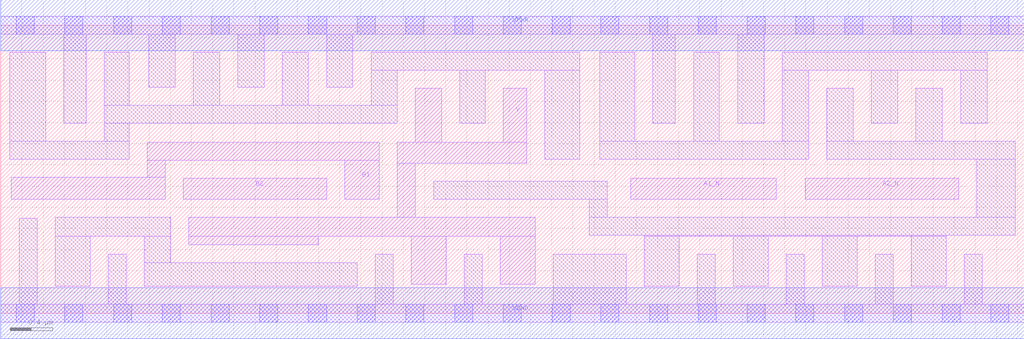
<source format=lef>
# Copyright 2020 The SkyWater PDK Authors
#
# Licensed under the Apache License, Version 2.0 (the "License");
# you may not use this file except in compliance with the License.
# You may obtain a copy of the License at
#
#     https://www.apache.org/licenses/LICENSE-2.0
#
# Unless required by applicable law or agreed to in writing, software
# distributed under the License is distributed on an "AS IS" BASIS,
# WITHOUT WARRANTIES OR CONDITIONS OF ANY KIND, either express or implied.
# See the License for the specific language governing permissions and
# limitations under the License.
#
# SPDX-License-Identifier: Apache-2.0

VERSION 5.7 ;
  NAMESCASESENSITIVE ON ;
  NOWIREEXTENSIONATPIN ON ;
  DIVIDERCHAR "/" ;
  BUSBITCHARS "[]" ;
UNITS
  DATABASE MICRONS 200 ;
END UNITS
MACRO sky130_fd_sc_hd__a2bb2oi_4
  CLASS CORE ;
  SOURCE USER ;
  FOREIGN sky130_fd_sc_hd__a2bb2oi_4 ;
  ORIGIN  0.000000  0.000000 ;
  SIZE  9.660000 BY  2.720000 ;
  SYMMETRY X Y R90 ;
  SITE unithd ;
  PIN A1_N
    ANTENNAGATEAREA  0.990000 ;
    DIRECTION INPUT ;
    USE SIGNAL ;
    PORT
      LAYER li1 ;
        RECT 5.945000 1.075000 7.320000 1.275000 ;
    END
  END A1_N
  PIN A2_N
    ANTENNAGATEAREA  0.990000 ;
    DIRECTION INPUT ;
    USE SIGNAL ;
    PORT
      LAYER li1 ;
        RECT 7.595000 1.075000 9.045000 1.275000 ;
    END
  END A2_N
  PIN B1
    ANTENNAGATEAREA  0.990000 ;
    DIRECTION INPUT ;
    USE SIGNAL ;
    PORT
      LAYER li1 ;
        RECT 0.100000 1.075000 1.555000 1.285000 ;
        RECT 1.385000 1.285000 1.555000 1.445000 ;
        RECT 1.385000 1.445000 3.575000 1.615000 ;
        RECT 3.245000 1.075000 3.575000 1.445000 ;
    END
  END B1
  PIN B2
    ANTENNAGATEAREA  0.990000 ;
    DIRECTION INPUT ;
    USE SIGNAL ;
    PORT
      LAYER li1 ;
        RECT 1.725000 1.075000 3.075000 1.275000 ;
    END
  END B2
  PIN Y
    ANTENNADIFFAREA  1.242000 ;
    DIRECTION OUTPUT ;
    USE SIGNAL ;
    PORT
      LAYER li1 ;
        RECT 1.775000 0.645000 2.995000 0.725000 ;
        RECT 1.775000 0.725000 5.045000 0.905000 ;
        RECT 3.745000 0.905000 3.915000 1.415000 ;
        RECT 3.745000 1.415000 4.965000 1.615000 ;
        RECT 3.875000 0.275000 4.205000 0.725000 ;
        RECT 3.915000 1.615000 4.165000 2.125000 ;
        RECT 4.715000 0.275000 5.045000 0.725000 ;
        RECT 4.745000 1.615000 4.965000 2.125000 ;
    END
  END Y
  PIN VGND
    DIRECTION INOUT ;
    SHAPE ABUTMENT ;
    USE GROUND ;
    PORT
      LAYER met1 ;
        RECT 0.000000 -0.240000 9.660000 0.240000 ;
    END
  END VGND
  PIN VPWR
    DIRECTION INOUT ;
    SHAPE ABUTMENT ;
    USE POWER ;
    PORT
      LAYER met1 ;
        RECT 0.000000 2.480000 9.660000 2.960000 ;
    END
  END VPWR
  OBS
    LAYER li1 ;
      RECT 0.000000 -0.085000 9.660000 0.085000 ;
      RECT 0.000000  2.635000 9.660000 2.805000 ;
      RECT 0.085000  1.455000 1.215000 1.625000 ;
      RECT 0.085000  1.625000 0.425000 2.465000 ;
      RECT 0.175000  0.085000 0.345000 0.895000 ;
      RECT 0.515000  0.255000 0.845000 0.725000 ;
      RECT 0.515000  0.725000 1.605000 0.905000 ;
      RECT 0.595000  1.795000 0.805000 2.635000 ;
      RECT 0.975000  1.625000 1.215000 1.795000 ;
      RECT 0.975000  1.795000 3.745000 1.965000 ;
      RECT 0.975000  1.965000 1.215000 2.465000 ;
      RECT 1.015000  0.085000 1.185000 0.555000 ;
      RECT 1.355000  0.255000 3.365000 0.475000 ;
      RECT 1.355000  0.475000 1.605000 0.725000 ;
      RECT 1.395000  2.135000 1.645000 2.635000 ;
      RECT 1.815000  1.965000 2.065000 2.465000 ;
      RECT 2.235000  2.135000 2.485000 2.635000 ;
      RECT 2.655000  1.965000 2.905000 2.465000 ;
      RECT 3.075000  2.135000 3.325000 2.635000 ;
      RECT 3.495000  1.965000 3.745000 2.295000 ;
      RECT 3.495000  2.295000 5.465000 2.465000 ;
      RECT 3.535000  0.085000 3.705000 0.555000 ;
      RECT 4.085000  1.075000 5.725000 1.245000 ;
      RECT 4.335000  1.795000 4.575000 2.295000 ;
      RECT 4.375000  0.085000 4.545000 0.555000 ;
      RECT 5.135000  1.455000 5.465000 2.295000 ;
      RECT 5.215000  0.085000 5.905000 0.555000 ;
      RECT 5.555000  0.735000 9.575000 0.905000 ;
      RECT 5.555000  0.905000 5.725000 1.075000 ;
      RECT 5.655000  1.455000 7.625000 1.625000 ;
      RECT 5.655000  1.625000 5.985000 2.465000 ;
      RECT 6.075000  0.255000 6.405000 0.725000 ;
      RECT 6.075000  0.725000 8.925000 0.735000 ;
      RECT 6.155000  1.795000 6.365000 2.635000 ;
      RECT 6.540000  1.625000 6.780000 2.465000 ;
      RECT 6.575000  0.085000 6.745000 0.555000 ;
      RECT 6.915000  0.255000 7.245000 0.725000 ;
      RECT 6.955000  1.795000 7.205000 2.635000 ;
      RECT 7.375000  1.625000 7.625000 2.295000 ;
      RECT 7.375000  2.295000 9.310000 2.465000 ;
      RECT 7.415000  0.085000 7.585000 0.555000 ;
      RECT 7.755000  0.255000 8.085000 0.725000 ;
      RECT 7.795000  1.455000 9.575000 1.625000 ;
      RECT 7.795000  1.625000 8.045000 2.125000 ;
      RECT 8.215000  1.795000 8.465000 2.295000 ;
      RECT 8.255000  0.085000 8.425000 0.555000 ;
      RECT 8.595000  0.255000 8.925000 0.725000 ;
      RECT 8.635000  1.625000 8.885000 2.125000 ;
      RECT 9.060000  1.795000 9.310000 2.295000 ;
      RECT 9.095000  0.085000 9.265000 0.555000 ;
      RECT 9.215000  0.905000 9.575000 1.455000 ;
    LAYER mcon ;
      RECT 0.145000 -0.085000 0.315000 0.085000 ;
      RECT 0.145000  2.635000 0.315000 2.805000 ;
      RECT 0.605000 -0.085000 0.775000 0.085000 ;
      RECT 0.605000  2.635000 0.775000 2.805000 ;
      RECT 1.065000 -0.085000 1.235000 0.085000 ;
      RECT 1.065000  2.635000 1.235000 2.805000 ;
      RECT 1.525000 -0.085000 1.695000 0.085000 ;
      RECT 1.525000  2.635000 1.695000 2.805000 ;
      RECT 1.985000 -0.085000 2.155000 0.085000 ;
      RECT 1.985000  2.635000 2.155000 2.805000 ;
      RECT 2.445000 -0.085000 2.615000 0.085000 ;
      RECT 2.445000  2.635000 2.615000 2.805000 ;
      RECT 2.905000 -0.085000 3.075000 0.085000 ;
      RECT 2.905000  2.635000 3.075000 2.805000 ;
      RECT 3.365000 -0.085000 3.535000 0.085000 ;
      RECT 3.365000  2.635000 3.535000 2.805000 ;
      RECT 3.825000 -0.085000 3.995000 0.085000 ;
      RECT 3.825000  2.635000 3.995000 2.805000 ;
      RECT 4.285000 -0.085000 4.455000 0.085000 ;
      RECT 4.285000  2.635000 4.455000 2.805000 ;
      RECT 4.745000 -0.085000 4.915000 0.085000 ;
      RECT 4.745000  2.635000 4.915000 2.805000 ;
      RECT 5.205000 -0.085000 5.375000 0.085000 ;
      RECT 5.205000  2.635000 5.375000 2.805000 ;
      RECT 5.665000 -0.085000 5.835000 0.085000 ;
      RECT 5.665000  2.635000 5.835000 2.805000 ;
      RECT 6.125000 -0.085000 6.295000 0.085000 ;
      RECT 6.125000  2.635000 6.295000 2.805000 ;
      RECT 6.585000 -0.085000 6.755000 0.085000 ;
      RECT 6.585000  2.635000 6.755000 2.805000 ;
      RECT 7.045000 -0.085000 7.215000 0.085000 ;
      RECT 7.045000  2.635000 7.215000 2.805000 ;
      RECT 7.505000 -0.085000 7.675000 0.085000 ;
      RECT 7.505000  2.635000 7.675000 2.805000 ;
      RECT 7.965000 -0.085000 8.135000 0.085000 ;
      RECT 7.965000  2.635000 8.135000 2.805000 ;
      RECT 8.425000 -0.085000 8.595000 0.085000 ;
      RECT 8.425000  2.635000 8.595000 2.805000 ;
      RECT 8.885000 -0.085000 9.055000 0.085000 ;
      RECT 8.885000  2.635000 9.055000 2.805000 ;
      RECT 9.345000 -0.085000 9.515000 0.085000 ;
      RECT 9.345000  2.635000 9.515000 2.805000 ;
  END
END sky130_fd_sc_hd__a2bb2oi_4

</source>
